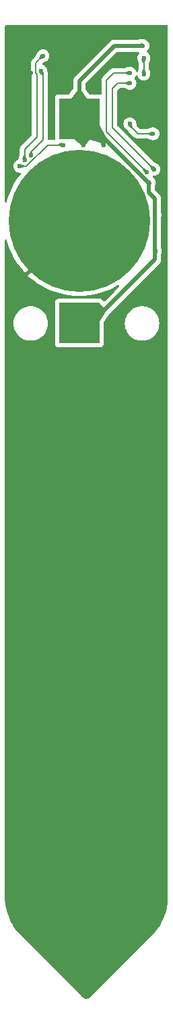
<source format=gbr>
G04 #@! TF.GenerationSoftware,KiCad,Pcbnew,7.99.0-1092-g932f171e96*
G04 #@! TF.CreationDate,2023-05-12T00:04:05+02:00*
G04 #@! TF.ProjectId,parasite,70617261-7369-4746-952e-6b696361645f,2.0.0*
G04 #@! TF.SameCoordinates,Original*
G04 #@! TF.FileFunction,Copper,L2,Bot*
G04 #@! TF.FilePolarity,Positive*
%FSLAX46Y46*%
G04 Gerber Fmt 4.6, Leading zero omitted, Abs format (unit mm)*
G04 Created by KiCad (PCBNEW 7.99.0-1092-g932f171e96) date 2023-05-12 00:04:05*
%MOMM*%
%LPD*%
G01*
G04 APERTURE LIST*
G04 #@! TA.AperFunction,SMDPad,CuDef*
%ADD10R,5.100000X5.100000*%
G04 #@! TD*
G04 #@! TA.AperFunction,SMDPad,CuDef*
%ADD11C,17.800000*%
G04 #@! TD*
G04 #@! TA.AperFunction,ViaPad*
%ADD12C,0.800000*%
G04 #@! TD*
G04 #@! TA.AperFunction,ViaPad*
%ADD13C,0.600000*%
G04 #@! TD*
G04 #@! TA.AperFunction,Conductor*
%ADD14C,0.200000*%
G04 #@! TD*
G04 #@! TA.AperFunction,Conductor*
%ADD15C,0.500000*%
G04 #@! TD*
G04 APERTURE END LIST*
D10*
X67100000Y-42355000D03*
X67100000Y-67955000D03*
D11*
X67100000Y-55155000D03*
D12*
X58330000Y-43330000D03*
X58330000Y-42280000D03*
X58330000Y-41280000D03*
D13*
X60999000Y-36613000D03*
X74969000Y-63918000D03*
X75731000Y-63918000D03*
X60618000Y-64172000D03*
X77255000Y-63918000D03*
X64682000Y-32168000D03*
X62269000Y-51472000D03*
X70397000Y-51726000D03*
X59983000Y-36613000D03*
X69254000Y-38899000D03*
X76493000Y-63918000D03*
X59856000Y-64172000D03*
X70397000Y-48678000D03*
X61380000Y-64172000D03*
X67857000Y-32168000D03*
X68873000Y-32168000D03*
X66714000Y-32168000D03*
X70397000Y-50202000D03*
X65698000Y-32168000D03*
X69254000Y-37375000D03*
X62142000Y-64172000D03*
X70397000Y-49440000D03*
X69762000Y-32168000D03*
X70397000Y-50964000D03*
X69254000Y-38137000D03*
X60237000Y-47535000D03*
X62523000Y-34454000D03*
X67603000Y-45630000D03*
X75096000Y-33184000D03*
X67603000Y-44995000D03*
X75858000Y-50329000D03*
X76620000Y-58965000D03*
X70148000Y-44995000D03*
X70143000Y-45630000D03*
X76620000Y-54393000D03*
X65063000Y-45630000D03*
X59602000Y-48297000D03*
X60999000Y-46900000D03*
X62269000Y-36359000D03*
X75604000Y-49059000D03*
X73468000Y-36622550D03*
X73468000Y-37892550D03*
X76493000Y-48678000D03*
X73468000Y-42972550D03*
X76366000Y-44233000D03*
X75223000Y-36740000D03*
X75223000Y-34708000D03*
D14*
X61634000Y-36613000D02*
X61634000Y-35343000D01*
X61761000Y-44614000D02*
X61761000Y-36740000D01*
X60237000Y-46138000D02*
X61761000Y-44614000D01*
X61634000Y-35343000D02*
X62523000Y-34454000D01*
X61761000Y-36740000D02*
X61634000Y-36613000D01*
X60237000Y-47535000D02*
X60237000Y-46138000D01*
D15*
X76620000Y-52361000D02*
X76620000Y-53631000D01*
X67522206Y-42100000D02*
X70216603Y-44794397D01*
X70143000Y-45577550D02*
X70148000Y-45572550D01*
X76620000Y-59981000D02*
X76620000Y-58965000D01*
X70216603Y-44794397D02*
X75751206Y-50329000D01*
X70148000Y-45148000D02*
X67100000Y-42100000D01*
X72048000Y-64553000D02*
X76620000Y-59981000D01*
X67100000Y-42100000D02*
X67522206Y-42100000D01*
X71540000Y-33184000D02*
X75096000Y-33184000D01*
X67100000Y-42100000D02*
X67100000Y-37624000D01*
X67603000Y-44995000D02*
X67603000Y-42603000D01*
X76620000Y-53631000D02*
X76620000Y-58965000D01*
X68901000Y-67700000D02*
X72048000Y-64553000D01*
X75751206Y-50329000D02*
X75858000Y-50329000D01*
X67603000Y-45630000D02*
X67603000Y-44995000D01*
X70148000Y-45572550D02*
X70148000Y-45148000D01*
X67603000Y-42603000D02*
X67100000Y-42100000D01*
X75858000Y-50329000D02*
X75858000Y-51599000D01*
X75858000Y-51599000D02*
X76620000Y-52361000D01*
X67100000Y-37624000D02*
X71540000Y-33184000D01*
D14*
X63116838Y-45630000D02*
X65063000Y-45630000D01*
X60449838Y-48297000D02*
X63116838Y-45630000D01*
X59602000Y-48297000D02*
X60449838Y-48297000D01*
X60999000Y-46519000D02*
X62523000Y-44995000D01*
X60999000Y-46900000D02*
X60999000Y-46519000D01*
X62523000Y-36613000D02*
X62269000Y-36359000D01*
X62523000Y-44995000D02*
X62523000Y-36613000D01*
X70524000Y-37502000D02*
X71403450Y-36622550D01*
X71403450Y-36622550D02*
X73468000Y-36622550D01*
X75604000Y-49059000D02*
X70524000Y-43979000D01*
X70524000Y-43979000D02*
X70524000Y-37502000D01*
X71286000Y-43471000D02*
X71286000Y-38518000D01*
X71286000Y-38518000D02*
X71911450Y-37892550D01*
X76493000Y-48678000D02*
X71286000Y-43471000D01*
X71911450Y-37892550D02*
X73468000Y-37892550D01*
X74461000Y-44233000D02*
X76366000Y-44233000D01*
X73468000Y-43240000D02*
X74461000Y-44233000D01*
X73468000Y-42972550D02*
X73468000Y-43240000D01*
X75223000Y-36740000D02*
X75223000Y-34708000D01*
G04 #@! TA.AperFunction,Conductor*
G36*
X78191620Y-30620002D02*
G01*
X78238113Y-30673658D01*
X78249498Y-30725999D01*
X78249496Y-64896500D01*
X78249491Y-139617528D01*
X78249225Y-139623309D01*
X78248541Y-139630732D01*
X78249491Y-139704811D01*
X78249491Y-139711771D01*
X78249476Y-139713145D01*
X78238953Y-140195514D01*
X78238707Y-140199871D01*
X78194703Y-140681707D01*
X78194156Y-140686036D01*
X78116916Y-141163658D01*
X78116070Y-141167939D01*
X78005957Y-141639086D01*
X78004817Y-141643298D01*
X77862365Y-142105686D01*
X77860936Y-142109809D01*
X77686824Y-142561234D01*
X77685113Y-142565248D01*
X77480180Y-143003535D01*
X77478196Y-143007421D01*
X77243421Y-143430474D01*
X77241173Y-143434214D01*
X76977680Y-143840011D01*
X76975179Y-143843587D01*
X76684237Y-144230173D01*
X76681493Y-144233567D01*
X76369445Y-144593383D01*
X76366327Y-144596724D01*
X68528322Y-152410487D01*
X68526519Y-152412110D01*
X68471825Y-152466804D01*
X68466553Y-152471515D01*
X68364215Y-152553126D01*
X68340326Y-152568136D01*
X68232000Y-152620304D01*
X68205368Y-152629623D01*
X68088152Y-152656377D01*
X68060114Y-152659536D01*
X67939886Y-152659536D01*
X67911848Y-152656377D01*
X67794631Y-152629623D01*
X67767999Y-152620304D01*
X67659673Y-152568136D01*
X67635787Y-152553128D01*
X67533443Y-152471513D01*
X67528174Y-152466803D01*
X67473484Y-152412113D01*
X67471667Y-152410479D01*
X59633693Y-144596761D01*
X59630575Y-144593420D01*
X59318492Y-144233563D01*
X59315749Y-144230169D01*
X59024798Y-143843572D01*
X59022325Y-143840038D01*
X58758820Y-143434219D01*
X58756572Y-143430479D01*
X58729912Y-143382440D01*
X58521780Y-143007396D01*
X58519826Y-143003567D01*
X58314877Y-142565248D01*
X58313169Y-142561240D01*
X58139057Y-142109815D01*
X58137628Y-142105692D01*
X58137626Y-142105686D01*
X57995170Y-141643289D01*
X57994039Y-141639107D01*
X57883920Y-141167939D01*
X57883080Y-141163689D01*
X57839513Y-140894293D01*
X57805835Y-140686039D01*
X57805288Y-140681710D01*
X57761284Y-140199878D01*
X57761038Y-140195521D01*
X57755941Y-139961893D01*
X57750515Y-139713145D01*
X57750500Y-139711777D01*
X57750500Y-139704818D01*
X57750774Y-139683422D01*
X57751451Y-139630747D01*
X57751448Y-139630732D01*
X57750766Y-139623337D01*
X57750500Y-139617563D01*
X57750500Y-68000004D01*
X58830228Y-68000004D01*
X58850435Y-68295437D01*
X58850436Y-68295443D01*
X58850437Y-68295451D01*
X58853137Y-68308443D01*
X58910687Y-68585390D01*
X58910689Y-68585397D01*
X59009861Y-68864440D01*
X59146105Y-69127379D01*
X59316883Y-69369317D01*
X59519015Y-69585747D01*
X59748735Y-69772638D01*
X60001764Y-69926508D01*
X60273388Y-70044491D01*
X60558547Y-70124389D01*
X60661044Y-70138477D01*
X60851919Y-70164713D01*
X60851930Y-70164714D01*
X61148070Y-70164714D01*
X61148080Y-70164713D01*
X61287706Y-70145521D01*
X61441453Y-70124389D01*
X61726612Y-70044491D01*
X61998236Y-69926508D01*
X62251265Y-69772638D01*
X62480985Y-69585747D01*
X62683117Y-69369317D01*
X62853895Y-69127379D01*
X62990139Y-68864440D01*
X63089311Y-68585397D01*
X63149563Y-68295451D01*
X63149564Y-68295437D01*
X63169772Y-68000004D01*
X63169772Y-67999995D01*
X63149564Y-67704562D01*
X63149563Y-67704556D01*
X63149563Y-67704549D01*
X63089311Y-67414603D01*
X62990139Y-67135560D01*
X62853895Y-66872621D01*
X62683117Y-66630683D01*
X62480985Y-66414253D01*
X62251265Y-66227362D01*
X61998236Y-66073492D01*
X61998237Y-66073492D01*
X61998233Y-66073490D01*
X61726615Y-65955510D01*
X61726613Y-65955509D01*
X61726612Y-65955509D01*
X61584032Y-65915559D01*
X61441450Y-65875610D01*
X61148080Y-65835286D01*
X61148070Y-65835286D01*
X60851930Y-65835286D01*
X60851919Y-65835286D01*
X60558549Y-65875610D01*
X60273384Y-65955510D01*
X60001766Y-66073490D01*
X59748732Y-66227364D01*
X59519012Y-66414255D01*
X59316880Y-66630686D01*
X59146110Y-66872613D01*
X59146105Y-66872621D01*
X59009861Y-67135559D01*
X58910689Y-67414601D01*
X58910687Y-67414609D01*
X58850436Y-67704556D01*
X58850435Y-67704562D01*
X58830228Y-67999995D01*
X58830228Y-68000004D01*
X57750500Y-68000004D01*
X57750500Y-57583450D01*
X57770501Y-57515333D01*
X57824157Y-57468840D01*
X57894431Y-57458736D01*
X57959011Y-57488230D01*
X57997395Y-57547956D01*
X57999207Y-57554842D01*
X58007699Y-57591263D01*
X58186511Y-58180729D01*
X58403483Y-58757209D01*
X58657698Y-59318276D01*
X58657707Y-59318293D01*
X58948070Y-59861524D01*
X59273337Y-60384596D01*
X59273345Y-60384608D01*
X59632131Y-60885293D01*
X59632132Y-60885294D01*
X60022903Y-61361449D01*
X60270250Y-61625539D01*
X67010905Y-54884885D01*
X67073217Y-54850859D01*
X67144032Y-54855924D01*
X67189095Y-54884885D01*
X67370114Y-55065904D01*
X67404140Y-55128216D01*
X67399075Y-55199031D01*
X67370114Y-55244094D01*
X60629459Y-61984748D01*
X60893550Y-62232096D01*
X61369705Y-62622867D01*
X61369706Y-62622868D01*
X61870391Y-62981654D01*
X61870403Y-62981662D01*
X62393475Y-63306929D01*
X62936706Y-63597292D01*
X62936723Y-63597301D01*
X63497790Y-63851516D01*
X64074270Y-64068488D01*
X64663736Y-64247300D01*
X65263592Y-64387168D01*
X65871350Y-64487509D01*
X66484342Y-64547884D01*
X66484359Y-64547885D01*
X67099999Y-64568039D01*
X67715640Y-64547885D01*
X67715657Y-64547884D01*
X68328649Y-64487509D01*
X68936407Y-64387168D01*
X69536263Y-64247300D01*
X70125729Y-64068488D01*
X70702209Y-63851516D01*
X71263276Y-63597301D01*
X71263293Y-63597292D01*
X71806524Y-63306929D01*
X71973482Y-63203108D01*
X72041893Y-63184121D01*
X72109709Y-63205134D01*
X72155398Y-63259475D01*
X72164456Y-63329892D01*
X72134006Y-63394027D01*
X72129115Y-63399202D01*
X71514817Y-64013501D01*
X71514816Y-64013502D01*
X70312500Y-65215817D01*
X70250188Y-65249843D01*
X70179372Y-65244778D01*
X70122537Y-65202231D01*
X70105350Y-65170757D01*
X70100889Y-65158796D01*
X70100887Y-65158793D01*
X70100887Y-65158792D01*
X70013261Y-65041738D01*
X69896207Y-64954112D01*
X69896202Y-64954110D01*
X69759204Y-64903011D01*
X69759196Y-64903009D01*
X69698649Y-64896500D01*
X69698638Y-64896500D01*
X64501362Y-64896500D01*
X64501350Y-64896500D01*
X64440803Y-64903009D01*
X64440795Y-64903011D01*
X64303797Y-64954110D01*
X64303792Y-64954112D01*
X64186738Y-65041738D01*
X64099112Y-65158792D01*
X64099110Y-65158797D01*
X64048011Y-65295795D01*
X64048009Y-65295803D01*
X64041500Y-65356350D01*
X64041500Y-70553649D01*
X64048009Y-70614196D01*
X64048011Y-70614204D01*
X64099110Y-70751202D01*
X64099112Y-70751207D01*
X64186738Y-70868261D01*
X64303792Y-70955887D01*
X64303794Y-70955888D01*
X64303796Y-70955889D01*
X64362875Y-70977924D01*
X64440795Y-71006988D01*
X64440803Y-71006990D01*
X64501350Y-71013499D01*
X64501355Y-71013499D01*
X64501362Y-71013500D01*
X64501368Y-71013500D01*
X69698632Y-71013500D01*
X69698638Y-71013500D01*
X69698645Y-71013499D01*
X69698649Y-71013499D01*
X69759196Y-71006990D01*
X69759199Y-71006989D01*
X69759201Y-71006989D01*
X69896204Y-70955889D01*
X70013261Y-70868261D01*
X70100889Y-70751204D01*
X70151989Y-70614201D01*
X70158500Y-70553638D01*
X70158500Y-68000004D01*
X72830228Y-68000004D01*
X72850435Y-68295437D01*
X72850436Y-68295443D01*
X72850437Y-68295451D01*
X72853137Y-68308443D01*
X72910687Y-68585390D01*
X72910689Y-68585397D01*
X73009861Y-68864440D01*
X73146105Y-69127379D01*
X73316883Y-69369317D01*
X73519015Y-69585747D01*
X73748735Y-69772638D01*
X74001764Y-69926508D01*
X74273388Y-70044491D01*
X74558547Y-70124389D01*
X74661044Y-70138477D01*
X74851919Y-70164713D01*
X74851930Y-70164714D01*
X75148070Y-70164714D01*
X75148080Y-70164713D01*
X75287706Y-70145521D01*
X75441453Y-70124389D01*
X75726612Y-70044491D01*
X75998236Y-69926508D01*
X76251265Y-69772638D01*
X76480985Y-69585747D01*
X76683117Y-69369317D01*
X76853895Y-69127379D01*
X76990139Y-68864440D01*
X77089311Y-68585397D01*
X77149563Y-68295451D01*
X77149564Y-68295437D01*
X77169772Y-68000004D01*
X77169772Y-67999995D01*
X77149564Y-67704562D01*
X77149563Y-67704556D01*
X77149563Y-67704549D01*
X77089311Y-67414603D01*
X76990139Y-67135560D01*
X76853895Y-66872621D01*
X76683117Y-66630683D01*
X76480985Y-66414253D01*
X76251265Y-66227362D01*
X75998236Y-66073492D01*
X75998237Y-66073492D01*
X75998233Y-66073490D01*
X75726615Y-65955510D01*
X75726613Y-65955509D01*
X75726612Y-65955509D01*
X75584032Y-65915559D01*
X75441450Y-65875610D01*
X75148080Y-65835286D01*
X75148070Y-65835286D01*
X74851930Y-65835286D01*
X74851919Y-65835286D01*
X74558549Y-65875610D01*
X74273384Y-65955510D01*
X74001766Y-66073490D01*
X73748732Y-66227364D01*
X73519012Y-66414255D01*
X73316880Y-66630686D01*
X73146110Y-66872613D01*
X73146105Y-66872621D01*
X73009861Y-67135559D01*
X72910689Y-67414601D01*
X72910687Y-67414609D01*
X72850436Y-67704556D01*
X72850435Y-67704562D01*
X72830228Y-67999995D01*
X72830228Y-68000004D01*
X70158500Y-68000004D01*
X70158500Y-67946371D01*
X70178502Y-67878251D01*
X70179668Y-67876470D01*
X70940130Y-66736989D01*
X70955824Y-66717855D01*
X72615580Y-65058101D01*
X72615579Y-65058100D01*
X72652476Y-65021204D01*
X72652485Y-65021194D01*
X74692025Y-62981654D01*
X77110778Y-60562901D01*
X77124617Y-60550941D01*
X77144058Y-60536469D01*
X77178001Y-60496015D01*
X77181700Y-60491979D01*
X77187580Y-60486101D01*
X77207621Y-60460753D01*
X77208674Y-60459461D01*
X77258032Y-60400640D01*
X77258033Y-60400637D01*
X77258037Y-60400633D01*
X77262066Y-60394508D01*
X77262122Y-60394545D01*
X77266171Y-60388190D01*
X77266113Y-60388154D01*
X77269963Y-60381911D01*
X77269962Y-60381911D01*
X77269967Y-60381906D01*
X77302409Y-60312330D01*
X77303192Y-60310715D01*
X77337609Y-60242188D01*
X77337610Y-60242181D01*
X77340120Y-60235289D01*
X77340183Y-60235312D01*
X77342657Y-60228196D01*
X77342593Y-60228175D01*
X77344899Y-60221211D01*
X77344902Y-60221207D01*
X77360431Y-60145991D01*
X77360788Y-60144383D01*
X77378500Y-60069656D01*
X77378500Y-60069653D01*
X77379352Y-60062368D01*
X77379418Y-60062375D01*
X77380184Y-60054877D01*
X77380118Y-60054872D01*
X77380756Y-60047566D01*
X77380758Y-60047558D01*
X77379442Y-60002355D01*
X77378527Y-59970858D01*
X77378500Y-59969026D01*
X77378500Y-59629134D01*
X77381704Y-59600901D01*
X77382618Y-59596924D01*
X77382618Y-59596923D01*
X77382620Y-59596915D01*
X77431103Y-59015117D01*
X77431754Y-59004792D01*
X77432016Y-58998691D01*
X77431822Y-58992351D01*
X77432556Y-58974398D01*
X77433616Y-58965000D01*
X77430750Y-58939564D01*
X77430182Y-58917945D01*
X77430365Y-58914881D01*
X77430673Y-58909727D01*
X77382620Y-58333085D01*
X77378922Y-58301335D01*
X77378500Y-58294047D01*
X77378500Y-54694669D01*
X77385571Y-54653054D01*
X77413217Y-54574047D01*
X77433616Y-54393000D01*
X77413217Y-54211953D01*
X77385569Y-54132940D01*
X77378500Y-54091329D01*
X77378500Y-52425441D01*
X77379830Y-52407182D01*
X77380940Y-52399600D01*
X77383341Y-52383211D01*
X77380875Y-52355027D01*
X77378740Y-52330614D01*
X77378500Y-52325121D01*
X77378500Y-52316813D01*
X77374759Y-52284822D01*
X77374575Y-52283033D01*
X77367887Y-52206574D01*
X77367885Y-52206570D01*
X77366403Y-52199388D01*
X77366469Y-52199374D01*
X77364837Y-52192012D01*
X77364772Y-52192028D01*
X77363080Y-52184893D01*
X77363079Y-52184891D01*
X77363079Y-52184887D01*
X77336842Y-52112803D01*
X77336241Y-52111073D01*
X77323509Y-52072651D01*
X77312114Y-52038262D01*
X77312109Y-52038255D01*
X77309012Y-52031611D01*
X77309074Y-52031581D01*
X77305788Y-52024795D01*
X77305728Y-52024826D01*
X77302433Y-52018265D01*
X77260278Y-51954173D01*
X77259293Y-51952626D01*
X77219032Y-51887351D01*
X77214478Y-51881592D01*
X77214531Y-51881549D01*
X77209766Y-51875700D01*
X77209715Y-51875744D01*
X77204998Y-51870122D01*
X77149159Y-51817441D01*
X77147878Y-51816197D01*
X76653404Y-51321723D01*
X76619379Y-51259412D01*
X76616500Y-51232629D01*
X76616500Y-50993134D01*
X76619704Y-50964901D01*
X76620618Y-50960924D01*
X76620618Y-50960923D01*
X76620620Y-50960915D01*
X76669103Y-50379117D01*
X76669754Y-50368792D01*
X76670016Y-50362691D01*
X76669822Y-50356351D01*
X76670556Y-50338398D01*
X76671616Y-50329000D01*
X76668304Y-50299608D01*
X76667938Y-50294476D01*
X76667727Y-50287531D01*
X76667341Y-50285998D01*
X76665834Y-50277692D01*
X76651217Y-50147953D01*
X76591043Y-49975985D01*
X76591041Y-49975982D01*
X76591041Y-49975981D01*
X76494112Y-49821720D01*
X76494111Y-49821718D01*
X76376853Y-49704460D01*
X76342827Y-49642148D01*
X76347892Y-49571333D01*
X76390439Y-49514497D01*
X76456959Y-49489686D01*
X76480049Y-49490156D01*
X76493000Y-49491616D01*
X76674047Y-49471217D01*
X76846015Y-49411043D01*
X77000281Y-49314111D01*
X77129111Y-49185281D01*
X77226043Y-49031015D01*
X77286217Y-48859047D01*
X77306616Y-48678000D01*
X77286217Y-48496953D01*
X77226043Y-48324985D01*
X77226041Y-48324982D01*
X77226041Y-48324981D01*
X77129112Y-48170720D01*
X77129111Y-48170718D01*
X77000283Y-48041890D01*
X76977911Y-48027833D01*
X76846015Y-47944957D01*
X76839590Y-47942708D01*
X76818373Y-47932266D01*
X76818137Y-47932692D01*
X76814209Y-47930512D01*
X76445313Y-47758956D01*
X76409350Y-47733801D01*
X71931405Y-43255856D01*
X71897379Y-43193544D01*
X71894500Y-43166761D01*
X71894500Y-42972550D01*
X72654384Y-42972550D01*
X72674783Y-43153597D01*
X72674783Y-43153599D01*
X72674784Y-43153600D01*
X72734957Y-43325565D01*
X72734958Y-43325568D01*
X72831886Y-43479828D01*
X72831888Y-43479830D01*
X72831889Y-43479831D01*
X72882735Y-43530677D01*
X72887829Y-43536435D01*
X72908926Y-43563437D01*
X73272770Y-43912569D01*
X73310240Y-43945193D01*
X73310348Y-43945287D01*
X73326030Y-43958578D01*
X73999605Y-44632154D01*
X74005037Y-44638348D01*
X74027014Y-44666988D01*
X74056425Y-44689556D01*
X74056459Y-44689583D01*
X74122530Y-44740281D01*
X74154124Y-44764524D01*
X74302149Y-44825838D01*
X74321543Y-44828391D01*
X74421115Y-44841500D01*
X74421120Y-44841500D01*
X74461000Y-44846750D01*
X74496781Y-44842040D01*
X74505012Y-44841500D01*
X75639205Y-44841500D01*
X75682421Y-44849142D01*
X76064568Y-44988680D01*
X76064589Y-44988686D01*
X76064590Y-44988687D01*
X76105714Y-45001771D01*
X76105715Y-45001771D01*
X76105721Y-45001773D01*
X76106833Y-45001910D01*
X76132960Y-45008024D01*
X76184953Y-45026217D01*
X76366000Y-45046616D01*
X76547047Y-45026217D01*
X76719015Y-44966043D01*
X76873281Y-44869111D01*
X77002111Y-44740281D01*
X77099043Y-44586015D01*
X77159217Y-44414047D01*
X77179616Y-44233000D01*
X77159217Y-44051953D01*
X77099043Y-43879985D01*
X77099041Y-43879982D01*
X77099041Y-43879981D01*
X77002112Y-43725720D01*
X77002111Y-43725718D01*
X76873281Y-43596888D01*
X76873279Y-43596887D01*
X76719018Y-43499958D01*
X76719015Y-43499957D01*
X76547050Y-43439784D01*
X76547049Y-43439783D01*
X76547047Y-43439783D01*
X76366000Y-43419384D01*
X76365999Y-43419384D01*
X76184955Y-43439782D01*
X76184949Y-43439783D01*
X76101289Y-43469056D01*
X76093444Y-43471244D01*
X76064579Y-43477315D01*
X75682420Y-43616857D01*
X75639203Y-43624500D01*
X74765239Y-43624500D01*
X74697118Y-43604498D01*
X74676144Y-43587595D01*
X74322521Y-43233972D01*
X74288495Y-43171660D01*
X74285649Y-43147763D01*
X74281634Y-42972549D01*
X74281626Y-42972191D01*
X74278231Y-42923846D01*
X74276986Y-42919172D01*
X74273538Y-42900864D01*
X74261218Y-42791510D01*
X74261217Y-42791508D01*
X74261217Y-42791503D01*
X74201043Y-42619535D01*
X74201041Y-42619532D01*
X74201041Y-42619531D01*
X74104112Y-42465270D01*
X74104111Y-42465268D01*
X73975281Y-42336438D01*
X73975279Y-42336437D01*
X73821018Y-42239508D01*
X73821015Y-42239507D01*
X73649050Y-42179334D01*
X73649049Y-42179333D01*
X73649047Y-42179333D01*
X73468000Y-42158934D01*
X73286953Y-42179333D01*
X73286950Y-42179333D01*
X73286949Y-42179334D01*
X73114984Y-42239507D01*
X73114981Y-42239508D01*
X72960720Y-42336437D01*
X72960718Y-42336438D01*
X72831888Y-42465268D01*
X72831887Y-42465270D01*
X72734958Y-42619531D01*
X72734957Y-42619534D01*
X72674785Y-42791498D01*
X72674783Y-42791503D01*
X72654384Y-42972550D01*
X71894500Y-42972550D01*
X71894500Y-38822239D01*
X71914502Y-38754118D01*
X71931405Y-38733144D01*
X72126594Y-38537955D01*
X72188906Y-38503929D01*
X72215689Y-38501050D01*
X72741205Y-38501050D01*
X72784421Y-38508692D01*
X73166568Y-38648230D01*
X73166589Y-38648236D01*
X73166590Y-38648237D01*
X73207714Y-38661321D01*
X73207715Y-38661321D01*
X73207721Y-38661323D01*
X73208833Y-38661460D01*
X73234960Y-38667574D01*
X73286953Y-38685767D01*
X73468000Y-38706166D01*
X73649047Y-38685767D01*
X73821015Y-38625593D01*
X73975281Y-38528661D01*
X74104111Y-38399831D01*
X74201043Y-38245565D01*
X74261217Y-38073597D01*
X74281616Y-37892550D01*
X74261217Y-37711503D01*
X74201043Y-37539535D01*
X74201041Y-37539532D01*
X74201041Y-37539531D01*
X74104112Y-37385270D01*
X74104111Y-37385268D01*
X74065487Y-37346644D01*
X74031461Y-37284332D01*
X74036526Y-37213517D01*
X74065487Y-37168454D01*
X74104111Y-37129831D01*
X74201043Y-36975565D01*
X74206022Y-36961334D01*
X74247397Y-36903644D01*
X74313397Y-36877480D01*
X74383065Y-36891151D01*
X74434282Y-36940317D01*
X74443880Y-36961334D01*
X74489957Y-37093015D01*
X74489958Y-37093018D01*
X74586887Y-37247279D01*
X74586888Y-37247281D01*
X74715718Y-37376111D01*
X74715720Y-37376112D01*
X74869981Y-37473041D01*
X74869982Y-37473041D01*
X74869985Y-37473043D01*
X75041953Y-37533217D01*
X75223000Y-37553616D01*
X75404047Y-37533217D01*
X75576015Y-37473043D01*
X75730281Y-37376111D01*
X75859111Y-37247281D01*
X75956043Y-37093015D01*
X76016217Y-36921047D01*
X76036616Y-36740000D01*
X76016217Y-36558953D01*
X76016214Y-36558944D01*
X75986942Y-36475290D01*
X75984753Y-36467439D01*
X75978683Y-36438577D01*
X75978682Y-36438576D01*
X75978681Y-36438568D01*
X75887394Y-36188563D01*
X75839143Y-36056417D01*
X75831500Y-36013201D01*
X75831500Y-35434796D01*
X75839143Y-35391579D01*
X75842320Y-35382879D01*
X75978681Y-35009430D01*
X75991790Y-34968219D01*
X75991922Y-34967149D01*
X75998038Y-34940996D01*
X76016217Y-34889047D01*
X76036616Y-34708000D01*
X76016217Y-34526953D01*
X75956043Y-34354985D01*
X75956041Y-34354982D01*
X75956041Y-34354981D01*
X75859112Y-34200720D01*
X75859111Y-34200718D01*
X75730281Y-34071888D01*
X75730279Y-34071887D01*
X75631447Y-34009786D01*
X75584409Y-33956607D01*
X75573589Y-33886440D01*
X75602422Y-33821562D01*
X75609376Y-33814015D01*
X75732111Y-33691281D01*
X75829043Y-33537015D01*
X75889217Y-33365047D01*
X75909616Y-33184000D01*
X75889217Y-33002953D01*
X75829043Y-32830985D01*
X75829041Y-32830982D01*
X75829041Y-32830981D01*
X75732112Y-32676720D01*
X75732111Y-32676718D01*
X75603281Y-32547888D01*
X75603279Y-32547887D01*
X75449018Y-32450958D01*
X75449015Y-32450957D01*
X75277050Y-32390784D01*
X75277049Y-32390783D01*
X75277047Y-32390783D01*
X75096000Y-32370384D01*
X75095998Y-32370384D01*
X75095997Y-32370384D01*
X75070565Y-32373249D01*
X75048953Y-32373817D01*
X75040731Y-32373326D01*
X75040729Y-32373326D01*
X75040727Y-32373326D01*
X74579413Y-32411769D01*
X74464094Y-32421379D01*
X74464091Y-32421379D01*
X74464083Y-32421380D01*
X74432342Y-32425077D01*
X74425052Y-32425500D01*
X71604441Y-32425500D01*
X71586181Y-32424170D01*
X71562211Y-32420659D01*
X71509615Y-32425260D01*
X71504122Y-32425500D01*
X71495814Y-32425500D01*
X71463800Y-32429242D01*
X71461979Y-32429428D01*
X71385576Y-32436112D01*
X71378386Y-32437597D01*
X71378372Y-32437532D01*
X71371014Y-32439163D01*
X71371030Y-32439228D01*
X71363890Y-32440920D01*
X71291795Y-32467158D01*
X71290067Y-32467759D01*
X71217259Y-32491886D01*
X71210613Y-32494986D01*
X71210585Y-32494926D01*
X71203801Y-32498210D01*
X71203831Y-32498269D01*
X71197268Y-32501565D01*
X71133166Y-32543724D01*
X71131623Y-32544707D01*
X71066350Y-32584969D01*
X71060592Y-32589522D01*
X71060551Y-32589470D01*
X71054704Y-32594233D01*
X71054746Y-32594283D01*
X71049128Y-32598997D01*
X70996458Y-32654822D01*
X70995182Y-32656136D01*
X66609225Y-37042092D01*
X66595376Y-37054062D01*
X66575943Y-37068530D01*
X66542007Y-37108971D01*
X66538300Y-37113017D01*
X66532421Y-37118897D01*
X66532414Y-37118905D01*
X66512430Y-37144177D01*
X66511276Y-37145594D01*
X66461964Y-37204364D01*
X66457935Y-37210491D01*
X66457880Y-37210455D01*
X66453825Y-37216820D01*
X66453882Y-37216855D01*
X66450030Y-37223099D01*
X66417609Y-37292623D01*
X66416812Y-37294270D01*
X66382393Y-37362806D01*
X66379882Y-37369707D01*
X66379820Y-37369684D01*
X66377343Y-37376810D01*
X66377404Y-37376831D01*
X66375096Y-37383795D01*
X66359574Y-37458960D01*
X66359178Y-37460747D01*
X66341500Y-37535341D01*
X66340648Y-37542634D01*
X66340581Y-37542626D01*
X66339814Y-37550126D01*
X66339881Y-37550132D01*
X66339241Y-37557443D01*
X66341473Y-37634174D01*
X66341500Y-37636006D01*
X66341500Y-38585166D01*
X66321498Y-38653287D01*
X66316300Y-38660766D01*
X65877300Y-39246100D01*
X65820426Y-39288595D01*
X65776500Y-39296500D01*
X64501350Y-39296500D01*
X64440803Y-39303009D01*
X64440795Y-39303011D01*
X64303797Y-39354110D01*
X64303792Y-39354112D01*
X64186738Y-39441738D01*
X64099112Y-39558792D01*
X64099110Y-39558797D01*
X64048011Y-39695795D01*
X64048009Y-39695803D01*
X64041500Y-39756350D01*
X64041500Y-44895500D01*
X64021498Y-44963621D01*
X63967842Y-45010114D01*
X63915500Y-45021500D01*
X63257500Y-45021500D01*
X63189379Y-45001498D01*
X63142886Y-44947842D01*
X63131500Y-44895500D01*
X63131500Y-42158934D01*
X63131500Y-36802371D01*
X63131535Y-36800313D01*
X63132054Y-36785109D01*
X63131873Y-36783447D01*
X63131500Y-36776603D01*
X63131500Y-36657010D01*
X63132040Y-36648778D01*
X63133383Y-36638566D01*
X63136750Y-36613000D01*
X63131500Y-36573122D01*
X63131500Y-36573115D01*
X63115838Y-36454150D01*
X63095705Y-36405545D01*
X63086857Y-36370994D01*
X63080608Y-36313732D01*
X63080603Y-36313684D01*
X63077099Y-36287733D01*
X63076747Y-36286608D01*
X63071819Y-36263180D01*
X63062217Y-36177954D01*
X63040283Y-36115269D01*
X63002043Y-36005985D01*
X63002041Y-36005982D01*
X63002041Y-36005981D01*
X62905112Y-35851720D01*
X62905111Y-35851718D01*
X62776281Y-35722888D01*
X62776279Y-35722887D01*
X62622018Y-35625958D01*
X62520654Y-35590489D01*
X62462963Y-35549110D01*
X62436800Y-35483110D01*
X62450474Y-35413443D01*
X62499642Y-35362227D01*
X62509122Y-35357318D01*
X62844203Y-35201490D01*
X62860062Y-35193284D01*
X62868208Y-35189774D01*
X62876015Y-35187043D01*
X63030281Y-35090111D01*
X63159111Y-34961281D01*
X63256043Y-34807015D01*
X63316217Y-34635047D01*
X63336616Y-34454000D01*
X63316217Y-34272953D01*
X63256043Y-34100985D01*
X63256041Y-34100982D01*
X63256041Y-34100981D01*
X63159112Y-33946720D01*
X63159111Y-33946718D01*
X63030281Y-33817888D01*
X63030279Y-33817887D01*
X62876018Y-33720958D01*
X62876015Y-33720957D01*
X62704050Y-33660784D01*
X62704049Y-33660783D01*
X62704047Y-33660783D01*
X62523000Y-33640384D01*
X62341953Y-33660783D01*
X62341950Y-33660783D01*
X62341949Y-33660784D01*
X62169984Y-33720957D01*
X62169981Y-33720958D01*
X62015720Y-33817887D01*
X62015718Y-33817888D01*
X61886888Y-33946718D01*
X61886887Y-33946720D01*
X61789956Y-34100984D01*
X61789956Y-34100985D01*
X61787707Y-34107412D01*
X61777273Y-34128621D01*
X61777696Y-34128856D01*
X61775510Y-34132793D01*
X61603954Y-34501687D01*
X61578800Y-34537649D01*
X61234852Y-34881598D01*
X61228651Y-34887036D01*
X61200011Y-34909014D01*
X61174509Y-34942246D01*
X61174440Y-34942339D01*
X61102474Y-35036126D01*
X61079439Y-35091742D01*
X61041162Y-35184149D01*
X61025972Y-35299521D01*
X61025969Y-35299552D01*
X61020250Y-35343000D01*
X61024960Y-35378785D01*
X61025499Y-35387014D01*
X61025499Y-36568984D01*
X61024960Y-36577214D01*
X61020250Y-36613001D01*
X61025497Y-36652876D01*
X61025500Y-36652885D01*
X61027394Y-36667268D01*
X61027393Y-36667269D01*
X61027394Y-36667271D01*
X61041161Y-36771849D01*
X61102475Y-36919874D01*
X61102480Y-36919882D01*
X61126462Y-36951136D01*
X61152062Y-37017356D01*
X61152499Y-37027839D01*
X61152500Y-44309760D01*
X61132498Y-44377881D01*
X61115595Y-44398855D01*
X59837852Y-45676598D01*
X59831651Y-45682036D01*
X59803011Y-45704014D01*
X59777509Y-45737246D01*
X59777440Y-45737339D01*
X59705477Y-45831122D01*
X59705475Y-45831125D01*
X59644161Y-45979149D01*
X59642491Y-45991839D01*
X59628500Y-46098115D01*
X59628500Y-46098120D01*
X59623250Y-46137999D01*
X59623250Y-46138000D01*
X59627960Y-46173779D01*
X59628500Y-46182011D01*
X59628500Y-46808201D01*
X59620857Y-46851417D01*
X59481317Y-47233572D01*
X59468209Y-47274780D01*
X59468207Y-47274790D01*
X59468073Y-47275875D01*
X59461957Y-47302010D01*
X59443784Y-47353946D01*
X59443782Y-47353957D01*
X59436008Y-47422945D01*
X59408504Y-47488397D01*
X59352417Y-47527764D01*
X59248982Y-47563958D01*
X59248981Y-47563958D01*
X59094720Y-47660887D01*
X59094718Y-47660888D01*
X58965888Y-47789718D01*
X58965887Y-47789720D01*
X58868958Y-47943981D01*
X58868957Y-47943984D01*
X58834699Y-48041890D01*
X58808783Y-48115953D01*
X58788384Y-48297000D01*
X58808783Y-48478047D01*
X58808783Y-48478049D01*
X58808784Y-48478050D01*
X58868957Y-48650015D01*
X58868958Y-48650018D01*
X58965887Y-48804279D01*
X58965888Y-48804281D01*
X59094718Y-48933111D01*
X59094720Y-48933112D01*
X59248981Y-49030041D01*
X59248982Y-49030041D01*
X59248985Y-49030043D01*
X59420953Y-49090217D01*
X59602000Y-49110616D01*
X59610850Y-49109618D01*
X59680779Y-49121863D01*
X59732990Y-49169972D01*
X59750903Y-49238672D01*
X59728831Y-49306150D01*
X59722362Y-49314758D01*
X59632130Y-49424707D01*
X59273345Y-49925391D01*
X59273337Y-49925403D01*
X58948070Y-50448475D01*
X58657707Y-50991706D01*
X58657698Y-50991723D01*
X58403483Y-51552790D01*
X58186511Y-52129270D01*
X58007699Y-52718736D01*
X57999207Y-52755157D01*
X57964259Y-52816956D01*
X57901447Y-52850050D01*
X57830715Y-52843932D01*
X57774518Y-52800545D01*
X57750700Y-52733662D01*
X57750500Y-52726580D01*
X57750500Y-30726000D01*
X57770502Y-30657879D01*
X57824158Y-30611386D01*
X57876500Y-30600000D01*
X78123499Y-30600000D01*
X78191620Y-30620002D01*
G37*
G04 #@! TD.AperFunction*
G04 #@! TA.AperFunction,Conductor*
G36*
X74460091Y-33945702D02*
G01*
X74464085Y-33946620D01*
X74541264Y-33953051D01*
X74607488Y-33978641D01*
X74649364Y-34035972D01*
X74653598Y-34106843D01*
X74619897Y-34167710D01*
X74586886Y-34200721D01*
X74489958Y-34354981D01*
X74489957Y-34354984D01*
X74455311Y-34453999D01*
X74429783Y-34526953D01*
X74409384Y-34707999D01*
X74409384Y-34708000D01*
X74429783Y-34889047D01*
X74459057Y-34972709D01*
X74461245Y-34980556D01*
X74467317Y-35009424D01*
X74467318Y-35009427D01*
X74603518Y-35382436D01*
X74606857Y-35391579D01*
X74614500Y-35434796D01*
X74614500Y-36013201D01*
X74606857Y-36056418D01*
X74482432Y-36397178D01*
X74440278Y-36454306D01*
X74373931Y-36479575D01*
X74304454Y-36464963D01*
X74253907Y-36415108D01*
X74245151Y-36395591D01*
X74201043Y-36269535D01*
X74201040Y-36269531D01*
X74201040Y-36269529D01*
X74104112Y-36115270D01*
X74104111Y-36115268D01*
X73975281Y-35986438D01*
X73975279Y-35986437D01*
X73821018Y-35889508D01*
X73821015Y-35889507D01*
X73649050Y-35829334D01*
X73649049Y-35829333D01*
X73649047Y-35829333D01*
X73468000Y-35808934D01*
X73467999Y-35808934D01*
X73286955Y-35829332D01*
X73286949Y-35829333D01*
X73203289Y-35858606D01*
X73195444Y-35860794D01*
X73166579Y-35866865D01*
X72857909Y-35979572D01*
X72785576Y-36005985D01*
X72784420Y-36006407D01*
X72741203Y-36014050D01*
X71447462Y-36014050D01*
X71439231Y-36013510D01*
X71403451Y-36008800D01*
X71403448Y-36008800D01*
X71366698Y-36013638D01*
X71366634Y-36013645D01*
X71263991Y-36027158D01*
X71263990Y-36027157D01*
X71244601Y-36029711D01*
X71244597Y-36029712D01*
X71096575Y-36091025D01*
X71096572Y-36091027D01*
X71002789Y-36162990D01*
X71002696Y-36163059D01*
X70969462Y-36188563D01*
X70947485Y-36217203D01*
X70942047Y-36223403D01*
X70124852Y-37040598D01*
X70118651Y-37046036D01*
X70090011Y-37068014D01*
X70064509Y-37101246D01*
X70064440Y-37101339D01*
X69992474Y-37195126D01*
X69977595Y-37231050D01*
X69947369Y-37304024D01*
X69931162Y-37343150D01*
X69915500Y-37462115D01*
X69915500Y-37462120D01*
X69915500Y-37462121D01*
X69910250Y-37501999D01*
X69910250Y-37502000D01*
X69914960Y-37537779D01*
X69915500Y-37546011D01*
X69915500Y-39180700D01*
X69895498Y-39248821D01*
X69841842Y-39295314D01*
X69771568Y-39305418D01*
X69760525Y-39303323D01*
X69759202Y-39303010D01*
X69698649Y-39296500D01*
X69698638Y-39296500D01*
X68423500Y-39296500D01*
X68355379Y-39276498D01*
X68322700Y-39246100D01*
X67883700Y-38660766D01*
X67858829Y-38594268D01*
X67858500Y-38585166D01*
X67858500Y-37990370D01*
X67878502Y-37922249D01*
X67895400Y-37901280D01*
X71817276Y-33979405D01*
X71879588Y-33945379D01*
X71906371Y-33942500D01*
X74431865Y-33942500D01*
X74460091Y-33945702D01*
G37*
G04 #@! TD.AperFunction*
G04 #@! TA.AperFunction,Conductor*
G36*
X62256174Y-34343439D02*
G01*
X62419804Y-34410629D01*
X62519184Y-34451436D01*
X62525536Y-34457748D01*
X62525563Y-34457815D01*
X62633559Y-34720824D01*
X62633532Y-34729779D01*
X62627670Y-34735877D01*
X62176867Y-34945523D01*
X62167920Y-34945904D01*
X62163660Y-34943187D01*
X62033812Y-34813339D01*
X62030385Y-34805066D01*
X62031474Y-34800136D01*
X62241124Y-34349327D01*
X62247718Y-34343273D01*
X62256174Y-34343439D01*
G37*
G04 #@! TD.AperFunction*
G04 #@! TA.AperFunction,Conductor*
G36*
X60337090Y-46938427D02*
G01*
X60339807Y-46942687D01*
X60510330Y-47409694D01*
X60509949Y-47418641D01*
X60503851Y-47424503D01*
X60241511Y-47534115D01*
X60232556Y-47534142D01*
X60232489Y-47534115D01*
X59970148Y-47424503D01*
X59963836Y-47418151D01*
X59963669Y-47409697D01*
X60134193Y-46942686D01*
X60140249Y-46936091D01*
X60145183Y-46935000D01*
X60328817Y-46935000D01*
X60337090Y-46938427D01*
G37*
G04 #@! TD.AperFunction*
G04 #@! TA.AperFunction,Conductor*
G36*
X70092865Y-44321841D02*
G01*
X70094646Y-44324132D01*
X70289993Y-44652785D01*
X70418280Y-44868614D01*
X70419562Y-44877477D01*
X70414201Y-44884649D01*
X70412734Y-44885388D01*
X70148673Y-44995720D01*
X69882680Y-45104941D01*
X69873725Y-45104914D01*
X69867413Y-45098562D01*
X69867063Y-45097588D01*
X69735487Y-44671490D01*
X69736320Y-44662576D01*
X69738390Y-44659770D01*
X70076320Y-44321840D01*
X70084592Y-44318414D01*
X70092865Y-44321841D01*
G37*
G04 #@! TD.AperFunction*
G04 #@! TA.AperFunction,Conductor*
G36*
X67128951Y-42362952D02*
G01*
X69645270Y-43097676D01*
X69652250Y-43103284D01*
X69652316Y-43103406D01*
X70529808Y-44750478D01*
X70530674Y-44759391D01*
X70527755Y-44764252D01*
X70184455Y-45107552D01*
X70176182Y-45110979D01*
X70174555Y-45110865D01*
X68714233Y-44905754D01*
X68706517Y-44901210D01*
X68705965Y-44900412D01*
X67115786Y-42380430D01*
X67114269Y-42371604D01*
X67119437Y-42364291D01*
X67128263Y-42362774D01*
X67128951Y-42362952D01*
G37*
G04 #@! TD.AperFunction*
G04 #@! TA.AperFunction,Conductor*
G36*
X76907327Y-58964957D02*
G01*
X76915588Y-58968411D01*
X76918987Y-58976696D01*
X76918947Y-58977629D01*
X76870894Y-59554272D01*
X76866792Y-59562232D01*
X76859234Y-59565000D01*
X76380766Y-59565000D01*
X76372493Y-59561573D01*
X76369106Y-59554272D01*
X76321052Y-58977629D01*
X76323780Y-58969099D01*
X76331740Y-58964997D01*
X76332653Y-58964957D01*
X76620000Y-58964000D01*
X76907327Y-58964957D01*
G37*
G04 #@! TD.AperFunction*
G04 #@! TA.AperFunction,Conductor*
G36*
X75575664Y-49797063D02*
G01*
X75964594Y-50046568D01*
X75969707Y-50053920D01*
X75969099Y-50060860D01*
X75859606Y-50327516D01*
X75857029Y-50331373D01*
X75653788Y-50533264D01*
X75645503Y-50536663D01*
X75637637Y-50533589D01*
X75223194Y-50153787D01*
X75219410Y-50145671D01*
X75222473Y-50137256D01*
X75222802Y-50136912D01*
X75561076Y-49798638D01*
X75569348Y-49795212D01*
X75575664Y-49797063D01*
G37*
G04 #@! TD.AperFunction*
G04 #@! TA.AperFunction,Conductor*
G36*
X70272918Y-44723980D02*
G01*
X70274384Y-44724718D01*
X70818864Y-45048351D01*
X70824224Y-45055522D01*
X70822942Y-45064385D01*
X70821158Y-45066680D01*
X70483232Y-45404606D01*
X70474959Y-45408033D01*
X70471507Y-45407512D01*
X70407252Y-45387670D01*
X70045428Y-45275941D01*
X70038535Y-45270227D01*
X70037702Y-45261311D01*
X70038052Y-45260333D01*
X70147266Y-44994357D01*
X70147319Y-44994304D01*
X70147293Y-44994293D01*
X70147292Y-44994293D01*
X70257612Y-44730263D01*
X70263963Y-44723953D01*
X70272918Y-44723980D01*
G37*
G04 #@! TD.AperFunction*
G04 #@! TA.AperFunction,Conductor*
G36*
X69846922Y-44489893D02*
G01*
X70253631Y-44712808D01*
X70259239Y-44719789D01*
X70258831Y-44727512D01*
X70149606Y-44993516D01*
X70147029Y-44997373D01*
X69943350Y-45199698D01*
X69935065Y-45203097D01*
X69927700Y-45200457D01*
X69495693Y-44847415D01*
X69491456Y-44839526D01*
X69494037Y-44830951D01*
X69494814Y-44830092D01*
X69833027Y-44491879D01*
X69841299Y-44488453D01*
X69846922Y-44489893D01*
G37*
G04 #@! TD.AperFunction*
G04 #@! TA.AperFunction,Conductor*
G36*
X67127754Y-42366636D02*
G01*
X69645663Y-43513004D01*
X69651723Y-43519422D01*
X70391822Y-45427792D01*
X70391619Y-45436744D01*
X70385144Y-45442930D01*
X70380914Y-45443722D01*
X69899824Y-45443722D01*
X69896263Y-45443167D01*
X68216903Y-44906612D01*
X68210065Y-44900830D01*
X68209738Y-44900142D01*
X67112187Y-42381962D01*
X67112023Y-42373008D01*
X67118238Y-42366561D01*
X67127192Y-42366397D01*
X67127754Y-42366636D01*
G37*
G04 #@! TD.AperFunction*
G04 #@! TA.AperFunction,Conductor*
G36*
X75091900Y-32887780D02*
G01*
X75096002Y-32895740D01*
X75096042Y-32896673D01*
X75097000Y-33184039D01*
X75096042Y-33471326D01*
X75092588Y-33479588D01*
X75084303Y-33482987D01*
X75083370Y-33482947D01*
X74506728Y-33434894D01*
X74498768Y-33430792D01*
X74496000Y-33423234D01*
X74496000Y-32944766D01*
X74499427Y-32936493D01*
X74506728Y-32933106D01*
X74506727Y-32933106D01*
X75083371Y-32885052D01*
X75091900Y-32887780D01*
G37*
G04 #@! TD.AperFunction*
G04 #@! TA.AperFunction,Conductor*
G36*
X67352423Y-38808427D02*
G01*
X67353510Y-38809680D01*
X68096086Y-39799782D01*
X68098308Y-39808457D01*
X68097619Y-39811072D01*
X67110892Y-42328211D01*
X67104682Y-42334663D01*
X67095729Y-42334834D01*
X67089277Y-42328624D01*
X67089117Y-42328239D01*
X66102380Y-39811071D01*
X66102551Y-39802119D01*
X66103911Y-39799784D01*
X66846490Y-38809680D01*
X66854195Y-38805118D01*
X66855850Y-38805000D01*
X67344150Y-38805000D01*
X67352423Y-38808427D01*
G37*
G04 #@! TD.AperFunction*
G04 #@! TA.AperFunction,Conductor*
G36*
X67850507Y-44398427D02*
G01*
X67853894Y-44405728D01*
X67901947Y-44982370D01*
X67899219Y-44990900D01*
X67891259Y-44995002D01*
X67890326Y-44995042D01*
X67603000Y-44995999D01*
X67315673Y-44995042D01*
X67307411Y-44991588D01*
X67304012Y-44983303D01*
X67304052Y-44982370D01*
X67352106Y-44405728D01*
X67356208Y-44397768D01*
X67363766Y-44395000D01*
X67842234Y-44395000D01*
X67850507Y-44398427D01*
G37*
G04 #@! TD.AperFunction*
G04 #@! TA.AperFunction,Conductor*
G36*
X67114252Y-42379930D02*
G01*
X67114510Y-42380375D01*
X68499400Y-44897726D01*
X68500385Y-44906627D01*
X68497858Y-44911179D01*
X67856487Y-45626113D01*
X67848412Y-45629983D01*
X67847778Y-45630000D01*
X67357225Y-45630000D01*
X67349750Y-45627301D01*
X66485583Y-44909666D01*
X66481408Y-44901744D01*
X66481689Y-44897902D01*
X67092890Y-42383252D01*
X67098174Y-42376022D01*
X67107022Y-42374646D01*
X67114252Y-42379930D01*
G37*
G04 #@! TD.AperFunction*
G04 #@! TA.AperFunction,Conductor*
G36*
X76867507Y-58368427D02*
G01*
X76870894Y-58375728D01*
X76918947Y-58952370D01*
X76916219Y-58960900D01*
X76908259Y-58965002D01*
X76907326Y-58965042D01*
X76620000Y-58965999D01*
X76332673Y-58965042D01*
X76324411Y-58961588D01*
X76321012Y-58953303D01*
X76321052Y-58952370D01*
X76369106Y-58375728D01*
X76373208Y-58367768D01*
X76380766Y-58365000D01*
X76859234Y-58365000D01*
X76867507Y-58368427D01*
G37*
G04 #@! TD.AperFunction*
G04 #@! TA.AperFunction,Conductor*
G36*
X69657884Y-65494448D02*
G01*
X69658123Y-65494702D01*
X70180330Y-66067117D01*
X70180337Y-66067123D01*
X70180337Y-66067124D01*
X70527097Y-66413884D01*
X70530524Y-66422157D01*
X70528556Y-66428652D01*
X69653136Y-67740386D01*
X69645693Y-67745365D01*
X69644367Y-67745551D01*
X67131896Y-67953014D01*
X67123369Y-67950280D01*
X67119273Y-67942317D01*
X67122007Y-67933790D01*
X67122779Y-67932964D01*
X69641342Y-65494180D01*
X69649667Y-65490889D01*
X69657884Y-65494448D01*
G37*
G04 #@! TD.AperFunction*
G04 #@! TA.AperFunction,Conductor*
G36*
X67850507Y-45033427D02*
G01*
X67853894Y-45040728D01*
X67901947Y-45617370D01*
X67899219Y-45625900D01*
X67891259Y-45630002D01*
X67890326Y-45630042D01*
X67603000Y-45630999D01*
X67315673Y-45630042D01*
X67307411Y-45626588D01*
X67304012Y-45618303D01*
X67304052Y-45617370D01*
X67352106Y-45040728D01*
X67356208Y-45032768D01*
X67363766Y-45030000D01*
X67842234Y-45030000D01*
X67850507Y-45033427D01*
G37*
G04 #@! TD.AperFunction*
G04 #@! TA.AperFunction,Conductor*
G36*
X67890327Y-44994957D02*
G01*
X67898588Y-44998411D01*
X67901987Y-45006696D01*
X67901947Y-45007629D01*
X67853894Y-45584272D01*
X67849792Y-45592232D01*
X67842234Y-45595000D01*
X67363766Y-45595000D01*
X67355493Y-45591573D01*
X67352106Y-45584272D01*
X67304052Y-45007629D01*
X67306780Y-44999099D01*
X67314740Y-44994997D01*
X67315653Y-44994957D01*
X67603000Y-44994000D01*
X67890327Y-44994957D01*
G37*
G04 #@! TD.AperFunction*
G04 #@! TA.AperFunction,Conductor*
G36*
X70434191Y-44994967D02*
G01*
X70442456Y-44998413D01*
X70445863Y-45006695D01*
X70445700Y-45008615D01*
X70323551Y-45731966D01*
X70318794Y-45739553D01*
X70310066Y-45741555D01*
X70303741Y-45738291D01*
X69968199Y-45402749D01*
X69965354Y-45398121D01*
X69874209Y-45120094D01*
X69874888Y-45111167D01*
X69880834Y-45105648D01*
X70146541Y-44995193D01*
X70151054Y-44994298D01*
X70434191Y-44994967D01*
G37*
G04 #@! TD.AperFunction*
G04 #@! TA.AperFunction,Conductor*
G36*
X70244504Y-44902571D02*
G01*
X70247485Y-44907645D01*
X70417324Y-45505203D01*
X70416290Y-45514098D01*
X70410581Y-45519198D01*
X70145883Y-45629797D01*
X70141344Y-45630701D01*
X69856120Y-45630030D01*
X69847855Y-45626584D01*
X69844448Y-45618302D01*
X69844528Y-45616968D01*
X69856590Y-45514098D01*
X69888015Y-45246076D01*
X69891361Y-45239168D01*
X70227959Y-44902570D01*
X70236231Y-44899144D01*
X70244504Y-44902571D01*
G37*
G04 #@! TD.AperFunction*
G04 #@! TA.AperFunction,Conductor*
G36*
X76145327Y-50328957D02*
G01*
X76153588Y-50332411D01*
X76156987Y-50340696D01*
X76156947Y-50341629D01*
X76108894Y-50918272D01*
X76104792Y-50926232D01*
X76097234Y-50929000D01*
X75618766Y-50929000D01*
X75610493Y-50925573D01*
X75607106Y-50918272D01*
X75559052Y-50341629D01*
X75561780Y-50333099D01*
X75569740Y-50328997D01*
X75570653Y-50328957D01*
X75858000Y-50328000D01*
X76145327Y-50328957D01*
G37*
G04 #@! TD.AperFunction*
G04 #@! TA.AperFunction,Conductor*
G36*
X64946641Y-45357050D02*
G01*
X64952503Y-45363148D01*
X65062115Y-45625489D01*
X65062142Y-45634444D01*
X65062115Y-45634511D01*
X64952503Y-45896851D01*
X64946151Y-45903163D01*
X64937694Y-45903329D01*
X64803947Y-45854493D01*
X64470687Y-45732806D01*
X64464091Y-45726750D01*
X64463000Y-45721816D01*
X64463000Y-45538183D01*
X64466427Y-45529910D01*
X64470687Y-45527193D01*
X64937697Y-45356669D01*
X64946641Y-45357050D01*
G37*
G04 #@! TD.AperFunction*
G04 #@! TA.AperFunction,Conductor*
G36*
X60194313Y-48194193D02*
G01*
X60200909Y-48200249D01*
X60202000Y-48205183D01*
X60202000Y-48388816D01*
X60198573Y-48397089D01*
X60194313Y-48399806D01*
X59727305Y-48570330D01*
X59718358Y-48569949D01*
X59712496Y-48563851D01*
X59602883Y-48301509D01*
X59602857Y-48292556D01*
X59602862Y-48292542D01*
X59712496Y-48030147D01*
X59718848Y-48023836D01*
X59727302Y-48023669D01*
X60194313Y-48194193D01*
G37*
G04 #@! TD.AperFunction*
G04 #@! TA.AperFunction,Conductor*
G36*
X61091431Y-46301883D02*
G01*
X61092677Y-46302965D01*
X61221885Y-46432173D01*
X61225165Y-46438597D01*
X61296837Y-46886483D01*
X61294760Y-46895194D01*
X61287133Y-46899885D01*
X61285311Y-46900032D01*
X61003178Y-46900695D01*
X60994897Y-46897288D01*
X60994850Y-46897241D01*
X60794000Y-46695048D01*
X60790601Y-46686763D01*
X60792945Y-46679777D01*
X61075049Y-46304210D01*
X61082758Y-46299654D01*
X61091431Y-46301883D01*
G37*
G04 #@! TD.AperFunction*
G04 #@! TA.AperFunction,Conductor*
G36*
X62558542Y-36358965D02*
G01*
X62566804Y-36362419D01*
X62570134Y-36369396D01*
X62621585Y-36840821D01*
X62619076Y-36849417D01*
X62611223Y-36853721D01*
X62609954Y-36853790D01*
X62426991Y-36853790D01*
X62419841Y-36851351D01*
X62067372Y-36579241D01*
X62062918Y-36571473D01*
X62065261Y-36562830D01*
X62066222Y-36561733D01*
X62265555Y-36361461D01*
X62273817Y-36358016D01*
X62558542Y-36358965D01*
G37*
G04 #@! TD.AperFunction*
G04 #@! TA.AperFunction,Conductor*
G36*
X73351641Y-36349600D02*
G01*
X73357503Y-36355698D01*
X73467115Y-36618039D01*
X73467142Y-36626994D01*
X73467115Y-36627061D01*
X73357503Y-36889401D01*
X73351151Y-36895713D01*
X73342694Y-36895879D01*
X73208947Y-36847043D01*
X72875687Y-36725356D01*
X72869091Y-36719300D01*
X72868000Y-36714366D01*
X72868000Y-36530733D01*
X72871427Y-36522460D01*
X72875687Y-36519743D01*
X73342697Y-36349219D01*
X73351641Y-36349600D01*
G37*
G04 #@! TD.AperFunction*
G04 #@! TA.AperFunction,Conductor*
G36*
X75257864Y-48567475D02*
G01*
X75708671Y-48777123D01*
X75714726Y-48783718D01*
X75714559Y-48792175D01*
X75606563Y-49055184D01*
X75600251Y-49061536D01*
X75600184Y-49061563D01*
X75337175Y-49169559D01*
X75328220Y-49169532D01*
X75322123Y-49163671D01*
X75112475Y-48712865D01*
X75112095Y-48703920D01*
X75114810Y-48699662D01*
X75244661Y-48569811D01*
X75252933Y-48566385D01*
X75257864Y-48567475D01*
G37*
G04 #@! TD.AperFunction*
G04 #@! TA.AperFunction,Conductor*
G36*
X76146864Y-48186475D02*
G01*
X76597671Y-48396123D01*
X76603726Y-48402718D01*
X76603559Y-48411175D01*
X76495563Y-48674184D01*
X76489251Y-48680536D01*
X76489184Y-48680563D01*
X76226175Y-48788559D01*
X76217220Y-48788532D01*
X76211123Y-48782671D01*
X76001475Y-48331865D01*
X76001095Y-48322920D01*
X76003810Y-48318662D01*
X76133661Y-48188811D01*
X76141933Y-48185385D01*
X76146864Y-48186475D01*
G37*
G04 #@! TD.AperFunction*
G04 #@! TA.AperFunction,Conductor*
G36*
X73351641Y-37619600D02*
G01*
X73357503Y-37625698D01*
X73467115Y-37888039D01*
X73467142Y-37896994D01*
X73467115Y-37897061D01*
X73357503Y-38159401D01*
X73351151Y-38165713D01*
X73342694Y-38165879D01*
X73208947Y-38117043D01*
X72875687Y-37995356D01*
X72869091Y-37989300D01*
X72868000Y-37984366D01*
X72868000Y-37800733D01*
X72871427Y-37792460D01*
X72875687Y-37789743D01*
X73342697Y-37619219D01*
X73351641Y-37619600D01*
G37*
G04 #@! TD.AperFunction*
G04 #@! TA.AperFunction,Conductor*
G36*
X76249641Y-43960050D02*
G01*
X76255503Y-43966148D01*
X76365115Y-44228489D01*
X76365142Y-44237444D01*
X76365115Y-44237511D01*
X76255503Y-44499851D01*
X76249151Y-44506163D01*
X76240694Y-44506329D01*
X76106947Y-44457493D01*
X75773687Y-44335806D01*
X75767091Y-44329750D01*
X75766000Y-44324816D01*
X75766000Y-44141183D01*
X75769427Y-44132910D01*
X75773687Y-44130193D01*
X76240697Y-43959669D01*
X76249641Y-43960050D01*
G37*
G04 #@! TD.AperFunction*
G04 #@! TA.AperFunction,Conductor*
G36*
X73756592Y-42972523D02*
G01*
X73764857Y-42975969D01*
X73768261Y-42983955D01*
X73777877Y-43403568D01*
X73774641Y-43411917D01*
X73774453Y-43412109D01*
X73644675Y-43541887D01*
X73636402Y-43545314D01*
X73628301Y-43542056D01*
X73264457Y-43192924D01*
X73260860Y-43184723D01*
X73264116Y-43176381D01*
X73264215Y-43176278D01*
X73463851Y-42975307D01*
X73472111Y-42971854D01*
X73756592Y-42972523D01*
G37*
G04 #@! TD.AperFunction*
G04 #@! TA.AperFunction,Conductor*
G36*
X75323090Y-36143427D02*
G01*
X75325807Y-36147687D01*
X75496330Y-36614694D01*
X75495949Y-36623641D01*
X75489851Y-36629503D01*
X75227511Y-36739115D01*
X75218556Y-36739142D01*
X75218489Y-36739115D01*
X74956148Y-36629503D01*
X74949836Y-36623151D01*
X74949669Y-36614697D01*
X75120193Y-36147686D01*
X75126249Y-36141091D01*
X75131183Y-36140000D01*
X75314817Y-36140000D01*
X75323090Y-36143427D01*
G37*
G04 #@! TD.AperFunction*
G04 #@! TA.AperFunction,Conductor*
G36*
X75489851Y-34818496D02*
G01*
X75496163Y-34824848D01*
X75496330Y-34833305D01*
X75325807Y-35300313D01*
X75319751Y-35306909D01*
X75314817Y-35308000D01*
X75131183Y-35308000D01*
X75122910Y-35304573D01*
X75120193Y-35300313D01*
X74949669Y-34833302D01*
X74950050Y-34824358D01*
X74956147Y-34818496D01*
X75218490Y-34708883D01*
X75227444Y-34708857D01*
X75489851Y-34818496D01*
G37*
G04 #@! TD.AperFunction*
M02*

</source>
